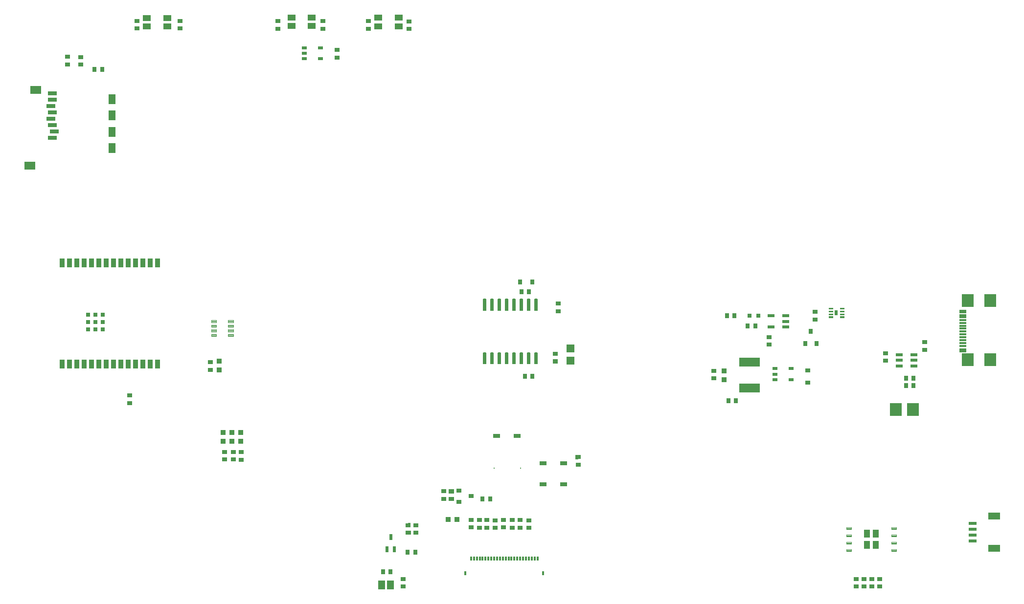
<source format=gbr>
G04 EAGLE Gerber RS-274X export*
G75*
%MOMM*%
%FSLAX34Y34*%
%LPD*%
%INSolderpaste Top*%
%IPPOS*%
%AMOC8*
5,1,8,0,0,1.08239X$1,22.5*%
G01*
G04 Define Apertures*
%ADD10R,1.200000X0.600000*%
%ADD11R,0.900000X0.800000*%
%ADD12R,1.150000X0.300000*%
%ADD13R,2.000000X2.180000*%
%ADD14R,3.600000X1.500000*%
%ADD15R,0.700000X0.900000*%
%ADD16R,0.900000X0.700000*%
%ADD17R,0.900000X0.600000*%
%ADD18R,2.000000X2.200000*%
%ADD19R,1.200000X1.800000*%
%ADD20R,1.900000X1.400000*%
%ADD21R,1.500000X0.700000*%
%ADD22R,1.168400X1.600200*%
%ADD23R,1.150000X0.800000*%
%ADD24R,0.500000X1.050000*%
%ADD25R,1.200000X0.550000*%
%ADD26R,0.127000X0.127000*%
%ADD27R,0.800000X0.800000*%
%ADD28R,0.900000X1.500000*%
%ADD29R,0.300000X0.800000*%
%ADD30R,0.400000X0.800000*%
%ADD31R,0.800000X0.900000*%
%ADD32C,0.125000*%
%ADD33R,1.400000X1.050000*%
%ADD34R,0.560000X0.820000*%
%ADD35C,0.067500*%
%ADD36C,0.147500*%
%ADD37R,2.000000X1.200000*%
%ADD38R,1.350000X0.600000*%
%ADD39R,0.940000X0.970000*%
%ADD40R,0.970000X0.940000*%
%ADD41R,1.010000X1.460000*%
%ADD42C,0.110000*%
%ADD43R,1.400000X1.400000*%
D10*
X1422800Y545200D03*
X1422800Y535700D03*
X1422800Y526200D03*
X1447800Y526200D03*
X1447800Y535700D03*
X1447800Y545200D03*
D11*
X1264800Y497400D03*
X1264800Y518400D03*
D12*
X1532960Y551400D03*
X1532860Y560100D03*
X1532960Y575600D03*
X1532960Y585600D03*
X1532960Y590600D03*
X1532960Y600600D03*
X1532960Y613600D03*
X1532960Y621600D03*
X1532960Y618600D03*
X1532960Y610600D03*
X1532960Y605600D03*
X1532960Y595600D03*
X1532960Y580600D03*
X1532960Y570600D03*
X1532960Y565400D03*
X1532960Y554500D03*
D13*
X1580210Y536900D03*
X1580210Y639100D03*
X1540910Y536900D03*
X1540910Y639100D03*
D11*
X660700Y309800D03*
X660700Y290800D03*
X681700Y300300D03*
D14*
X1163600Y487824D03*
X1163600Y532824D03*
D15*
X1434400Y492300D03*
X1447400Y492300D03*
X1434600Y505000D03*
X1447600Y505000D03*
X701700Y295100D03*
X714700Y295100D03*
G36*
X652304Y299207D02*
X652317Y292208D01*
X643318Y292193D01*
X643305Y299192D01*
X652304Y299207D01*
G37*
G36*
X652282Y312207D02*
X652295Y305208D01*
X643296Y305193D01*
X643283Y312192D01*
X652282Y312207D01*
G37*
D16*
X634500Y295900D03*
X634500Y308900D03*
D17*
X1207800Y521300D03*
X1207800Y511800D03*
X1207800Y502300D03*
X1235800Y502300D03*
X1235800Y521300D03*
D18*
X1416400Y450500D03*
X1446400Y450500D03*
D19*
X60740Y903000D03*
X60740Y960000D03*
D20*
X-81760Y873000D03*
X-71760Y1004500D03*
D21*
X-43260Y921000D03*
X-39260Y932000D03*
X-43260Y943000D03*
X-45260Y954000D03*
X-43260Y965000D03*
X-45260Y976000D03*
X-43260Y987000D03*
X-43260Y998000D03*
D19*
X60740Y931500D03*
X60740Y988500D03*
D15*
X30100Y1039700D03*
X43100Y1039700D03*
D22*
X526780Y146400D03*
X542020Y146400D03*
D16*
X563900Y143800D03*
X563900Y156800D03*
X6100Y1048000D03*
X6100Y1061000D03*
D15*
G36*
X871635Y358554D02*
X871721Y351556D01*
X862723Y351446D01*
X862637Y358444D01*
X871635Y358554D01*
G37*
G36*
X871477Y371554D02*
X871563Y364556D01*
X862565Y364446D01*
X862479Y371444D01*
X871477Y371554D01*
G37*
D23*
X806700Y357100D03*
X841700Y357100D03*
X806700Y321300D03*
X841700Y321300D03*
X726200Y405100D03*
X761200Y405100D03*
D15*
X572100Y203600D03*
X585100Y203600D03*
D24*
X536100Y208300D03*
X549100Y208300D03*
X542600Y229300D03*
D15*
X529100Y169200D03*
X542100Y169200D03*
D25*
X1226501Y593600D03*
X1226501Y603100D03*
X1226501Y612600D03*
X1200499Y612600D03*
X1200499Y593600D03*
D16*
X1197100Y562700D03*
X1197100Y575700D03*
D15*
X1124500Y612800D03*
X1137500Y612800D03*
D26*
X721640Y348800D03*
X767360Y348800D03*
D27*
X1178900Y612700D03*
X1163900Y612700D03*
D15*
X1160600Y594900D03*
X1173600Y594900D03*
X1127100Y466000D03*
X1140100Y466000D03*
D28*
X-25640Y529580D03*
X-12940Y529580D03*
X-240Y529580D03*
X12460Y529580D03*
X25160Y529580D03*
X37860Y529580D03*
X50560Y529580D03*
X63260Y529580D03*
X75960Y529580D03*
X88660Y529580D03*
X101360Y529580D03*
X114060Y529580D03*
X126760Y529580D03*
X139460Y529580D03*
X139460Y704580D03*
X126760Y704580D03*
X114060Y704580D03*
X101360Y704580D03*
X88660Y704580D03*
X75960Y704580D03*
X63260Y704580D03*
X50560Y704580D03*
X37860Y704580D03*
X25160Y704580D03*
X12460Y704580D03*
X-240Y704580D03*
X-12940Y704580D03*
X-25640Y704580D03*
D27*
X31560Y602030D03*
X19060Y589530D03*
X19060Y602030D03*
X19060Y614530D03*
X31560Y589530D03*
X31560Y614530D03*
X44060Y589530D03*
X44060Y602030D03*
X44060Y614530D03*
D16*
X90700Y461600D03*
X90700Y474600D03*
D29*
X796700Y192200D03*
X791700Y192200D03*
X786700Y192200D03*
X781700Y192200D03*
X776700Y192200D03*
X771700Y192200D03*
X766700Y192200D03*
X761700Y192200D03*
X756700Y192200D03*
X751700Y192200D03*
X746700Y192200D03*
X741700Y192200D03*
X736700Y192200D03*
X731700Y192200D03*
X726700Y192200D03*
X721700Y192200D03*
X716700Y192200D03*
X711700Y192200D03*
X706700Y192200D03*
X701700Y192200D03*
X696700Y192200D03*
X691700Y192200D03*
X686700Y192200D03*
X681700Y192200D03*
D30*
X806700Y167200D03*
X671700Y167200D03*
D16*
X781600Y245500D03*
X781600Y258500D03*
X752700Y245900D03*
X752700Y258900D03*
X766600Y245800D03*
X766600Y258800D03*
X737700Y246100D03*
X737700Y259100D03*
X723000Y245600D03*
X723000Y258600D03*
X709300Y245800D03*
X709300Y258800D03*
X696100Y245900D03*
X696100Y258900D03*
X682000Y246300D03*
X682000Y259300D03*
D15*
G36*
X577320Y240631D02*
X577369Y233632D01*
X568370Y233569D01*
X568321Y240568D01*
X577320Y240631D01*
G37*
G36*
X577230Y253631D02*
X577279Y246632D01*
X568280Y246569D01*
X568231Y253568D01*
X577230Y253631D01*
G37*
D16*
X586600Y237200D03*
X586600Y250200D03*
D31*
X1260300Y564500D03*
X1279300Y564500D03*
X1269800Y585500D03*
D16*
X1276800Y606400D03*
X1276800Y619400D03*
D32*
X270035Y601425D02*
X261125Y601425D01*
X261125Y605175D01*
X270035Y605175D01*
X270035Y601425D01*
X270035Y602612D02*
X261125Y602612D01*
X261125Y603799D02*
X270035Y603799D01*
X270035Y604986D02*
X261125Y604986D01*
X261125Y593425D02*
X270035Y593425D01*
X261125Y593425D02*
X261125Y597175D01*
X270035Y597175D01*
X270035Y593425D01*
X270035Y594612D02*
X261125Y594612D01*
X261125Y595799D02*
X270035Y595799D01*
X270035Y596986D02*
X261125Y596986D01*
X261125Y585425D02*
X270035Y585425D01*
X261125Y585425D02*
X261125Y589175D01*
X270035Y589175D01*
X270035Y585425D01*
X270035Y586612D02*
X261125Y586612D01*
X261125Y587799D02*
X270035Y587799D01*
X270035Y588986D02*
X261125Y588986D01*
X261125Y577425D02*
X270035Y577425D01*
X261125Y577425D02*
X261125Y581175D01*
X270035Y581175D01*
X270035Y577425D01*
X270035Y578612D02*
X261125Y578612D01*
X261125Y579799D02*
X270035Y579799D01*
X270035Y580986D02*
X261125Y580986D01*
X240875Y577225D02*
X231965Y577225D01*
X231965Y580975D01*
X240875Y580975D01*
X240875Y577225D01*
X240875Y578412D02*
X231965Y578412D01*
X231965Y579599D02*
X240875Y579599D01*
X240875Y580786D02*
X231965Y580786D01*
X231965Y585425D02*
X240875Y585425D01*
X231965Y585425D02*
X231965Y589175D01*
X240875Y589175D01*
X240875Y585425D01*
X240875Y586612D02*
X231965Y586612D01*
X231965Y587799D02*
X240875Y587799D01*
X240875Y588986D02*
X231965Y588986D01*
X231965Y593425D02*
X240875Y593425D01*
X231965Y593425D02*
X231965Y597175D01*
X240875Y597175D01*
X240875Y593425D01*
X240875Y594612D02*
X231965Y594612D01*
X231965Y595799D02*
X240875Y595799D01*
X240875Y596986D02*
X231965Y596986D01*
X231965Y601425D02*
X240875Y601425D01*
X231965Y601425D02*
X231965Y605175D01*
X240875Y605175D01*
X240875Y601425D01*
X240875Y602612D02*
X231965Y602612D01*
X231965Y603799D02*
X240875Y603799D01*
X240875Y604986D02*
X231965Y604986D01*
D16*
X230300Y519400D03*
X230300Y532400D03*
X255100Y363800D03*
X255100Y376800D03*
X270200Y376700D03*
X270200Y363700D03*
X284300Y363500D03*
X284300Y376500D03*
D17*
X393300Y1077000D03*
X393300Y1067500D03*
X393300Y1058000D03*
X421300Y1058000D03*
X421300Y1077000D03*
D16*
X450000Y1060400D03*
X450000Y1073400D03*
X103600Y1110578D03*
X103600Y1123578D03*
D33*
X155799Y1128936D03*
X120799Y1128936D03*
X120799Y1113936D03*
X155799Y1113936D03*
D16*
X177890Y1110508D03*
X177890Y1123508D03*
D33*
X556200Y1129552D03*
X521200Y1129552D03*
X521200Y1114552D03*
X556200Y1114552D03*
D16*
X574694Y1110127D03*
X574694Y1123127D03*
X504196Y1110194D03*
X504196Y1123194D03*
D33*
X406000Y1129696D03*
X371000Y1129696D03*
X371000Y1114696D03*
X406000Y1114696D03*
D16*
X425684Y1110270D03*
X425684Y1123270D03*
X347087Y1110345D03*
X347087Y1123345D03*
D34*
X1313900Y618300D03*
D35*
X1320287Y611813D02*
X1327213Y611813D01*
X1327213Y609787D01*
X1320287Y609787D01*
X1320287Y611813D01*
X1320287Y610428D02*
X1327213Y610428D01*
X1327213Y611069D02*
X1320287Y611069D01*
X1320287Y611710D02*
X1327213Y611710D01*
X1327213Y616813D02*
X1320287Y616813D01*
X1327213Y616813D02*
X1327213Y614787D01*
X1320287Y614787D01*
X1320287Y616813D01*
X1320287Y615428D02*
X1327213Y615428D01*
X1327213Y616069D02*
X1320287Y616069D01*
X1320287Y616710D02*
X1327213Y616710D01*
X1327213Y621813D02*
X1320287Y621813D01*
X1327213Y621813D02*
X1327213Y619787D01*
X1320287Y619787D01*
X1320287Y621813D01*
X1320287Y620428D02*
X1327213Y620428D01*
X1327213Y621069D02*
X1320287Y621069D01*
X1320287Y621710D02*
X1327213Y621710D01*
X1327213Y626813D02*
X1320287Y626813D01*
X1327213Y626813D02*
X1327213Y624787D01*
X1320287Y624787D01*
X1320287Y626813D01*
X1320287Y625428D02*
X1327213Y625428D01*
X1327213Y626069D02*
X1320287Y626069D01*
X1320287Y626710D02*
X1327213Y626710D01*
X1307513Y626813D02*
X1300587Y626813D01*
X1307513Y626813D02*
X1307513Y624787D01*
X1300587Y624787D01*
X1300587Y626813D01*
X1300587Y625428D02*
X1307513Y625428D01*
X1307513Y626069D02*
X1300587Y626069D01*
X1300587Y626710D02*
X1307513Y626710D01*
X1307513Y621813D02*
X1300587Y621813D01*
X1307513Y621813D02*
X1307513Y619787D01*
X1300587Y619787D01*
X1300587Y621813D01*
X1300587Y620428D02*
X1307513Y620428D01*
X1307513Y621069D02*
X1300587Y621069D01*
X1300587Y621710D02*
X1307513Y621710D01*
X1307513Y616813D02*
X1300587Y616813D01*
X1307513Y616813D02*
X1307513Y614787D01*
X1300587Y614787D01*
X1300587Y616813D01*
X1300587Y615428D02*
X1307513Y615428D01*
X1307513Y616069D02*
X1300587Y616069D01*
X1300587Y616710D02*
X1307513Y616710D01*
X1307513Y611813D02*
X1300587Y611813D01*
X1307513Y611813D02*
X1307513Y609787D01*
X1300587Y609787D01*
X1300587Y611813D01*
X1300587Y610428D02*
X1307513Y610428D01*
X1307513Y611069D02*
X1300587Y611069D01*
X1300587Y611710D02*
X1307513Y611710D01*
D36*
X791937Y622737D02*
X791937Y641763D01*
X796363Y641763D01*
X796363Y622737D01*
X791937Y622737D01*
X791937Y624138D02*
X796363Y624138D01*
X796363Y625539D02*
X791937Y625539D01*
X791937Y626940D02*
X796363Y626940D01*
X796363Y628341D02*
X791937Y628341D01*
X791937Y629742D02*
X796363Y629742D01*
X796363Y631143D02*
X791937Y631143D01*
X791937Y632544D02*
X796363Y632544D01*
X796363Y633945D02*
X791937Y633945D01*
X791937Y635346D02*
X796363Y635346D01*
X796363Y636747D02*
X791937Y636747D01*
X791937Y638148D02*
X796363Y638148D01*
X796363Y639549D02*
X791937Y639549D01*
X791937Y640950D02*
X796363Y640950D01*
X779237Y641763D02*
X779237Y622737D01*
X779237Y641763D02*
X783663Y641763D01*
X783663Y622737D01*
X779237Y622737D01*
X779237Y624138D02*
X783663Y624138D01*
X783663Y625539D02*
X779237Y625539D01*
X779237Y626940D02*
X783663Y626940D01*
X783663Y628341D02*
X779237Y628341D01*
X779237Y629742D02*
X783663Y629742D01*
X783663Y631143D02*
X779237Y631143D01*
X779237Y632544D02*
X783663Y632544D01*
X783663Y633945D02*
X779237Y633945D01*
X779237Y635346D02*
X783663Y635346D01*
X783663Y636747D02*
X779237Y636747D01*
X779237Y638148D02*
X783663Y638148D01*
X783663Y639549D02*
X779237Y639549D01*
X779237Y640950D02*
X783663Y640950D01*
X766537Y641763D02*
X766537Y622737D01*
X766537Y641763D02*
X770963Y641763D01*
X770963Y622737D01*
X766537Y622737D01*
X766537Y624138D02*
X770963Y624138D01*
X770963Y625539D02*
X766537Y625539D01*
X766537Y626940D02*
X770963Y626940D01*
X770963Y628341D02*
X766537Y628341D01*
X766537Y629742D02*
X770963Y629742D01*
X770963Y631143D02*
X766537Y631143D01*
X766537Y632544D02*
X770963Y632544D01*
X770963Y633945D02*
X766537Y633945D01*
X766537Y635346D02*
X770963Y635346D01*
X770963Y636747D02*
X766537Y636747D01*
X766537Y638148D02*
X770963Y638148D01*
X770963Y639549D02*
X766537Y639549D01*
X766537Y640950D02*
X770963Y640950D01*
X753837Y641763D02*
X753837Y622737D01*
X753837Y641763D02*
X758263Y641763D01*
X758263Y622737D01*
X753837Y622737D01*
X753837Y624138D02*
X758263Y624138D01*
X758263Y625539D02*
X753837Y625539D01*
X753837Y626940D02*
X758263Y626940D01*
X758263Y628341D02*
X753837Y628341D01*
X753837Y629742D02*
X758263Y629742D01*
X758263Y631143D02*
X753837Y631143D01*
X753837Y632544D02*
X758263Y632544D01*
X758263Y633945D02*
X753837Y633945D01*
X753837Y635346D02*
X758263Y635346D01*
X758263Y636747D02*
X753837Y636747D01*
X753837Y638148D02*
X758263Y638148D01*
X758263Y639549D02*
X753837Y639549D01*
X753837Y640950D02*
X758263Y640950D01*
X741137Y641763D02*
X741137Y622737D01*
X741137Y641763D02*
X745563Y641763D01*
X745563Y622737D01*
X741137Y622737D01*
X741137Y624138D02*
X745563Y624138D01*
X745563Y625539D02*
X741137Y625539D01*
X741137Y626940D02*
X745563Y626940D01*
X745563Y628341D02*
X741137Y628341D01*
X741137Y629742D02*
X745563Y629742D01*
X745563Y631143D02*
X741137Y631143D01*
X741137Y632544D02*
X745563Y632544D01*
X745563Y633945D02*
X741137Y633945D01*
X741137Y635346D02*
X745563Y635346D01*
X745563Y636747D02*
X741137Y636747D01*
X741137Y638148D02*
X745563Y638148D01*
X745563Y639549D02*
X741137Y639549D01*
X741137Y640950D02*
X745563Y640950D01*
X728437Y641763D02*
X728437Y622737D01*
X728437Y641763D02*
X732863Y641763D01*
X732863Y622737D01*
X728437Y622737D01*
X728437Y624138D02*
X732863Y624138D01*
X732863Y625539D02*
X728437Y625539D01*
X728437Y626940D02*
X732863Y626940D01*
X732863Y628341D02*
X728437Y628341D01*
X728437Y629742D02*
X732863Y629742D01*
X732863Y631143D02*
X728437Y631143D01*
X728437Y632544D02*
X732863Y632544D01*
X732863Y633945D02*
X728437Y633945D01*
X728437Y635346D02*
X732863Y635346D01*
X732863Y636747D02*
X728437Y636747D01*
X728437Y638148D02*
X732863Y638148D01*
X732863Y639549D02*
X728437Y639549D01*
X728437Y640950D02*
X732863Y640950D01*
X715737Y641763D02*
X715737Y622737D01*
X715737Y641763D02*
X720163Y641763D01*
X720163Y622737D01*
X715737Y622737D01*
X715737Y624138D02*
X720163Y624138D01*
X720163Y625539D02*
X715737Y625539D01*
X715737Y626940D02*
X720163Y626940D01*
X720163Y628341D02*
X715737Y628341D01*
X715737Y629742D02*
X720163Y629742D01*
X720163Y631143D02*
X715737Y631143D01*
X715737Y632544D02*
X720163Y632544D01*
X720163Y633945D02*
X715737Y633945D01*
X715737Y635346D02*
X720163Y635346D01*
X720163Y636747D02*
X715737Y636747D01*
X715737Y638148D02*
X720163Y638148D01*
X720163Y639549D02*
X715737Y639549D01*
X715737Y640950D02*
X720163Y640950D01*
X703037Y641763D02*
X703037Y622737D01*
X703037Y641763D02*
X707463Y641763D01*
X707463Y622737D01*
X703037Y622737D01*
X703037Y624138D02*
X707463Y624138D01*
X707463Y625539D02*
X703037Y625539D01*
X703037Y626940D02*
X707463Y626940D01*
X707463Y628341D02*
X703037Y628341D01*
X703037Y629742D02*
X707463Y629742D01*
X707463Y631143D02*
X703037Y631143D01*
X703037Y632544D02*
X707463Y632544D01*
X707463Y633945D02*
X703037Y633945D01*
X703037Y635346D02*
X707463Y635346D01*
X707463Y636747D02*
X703037Y636747D01*
X703037Y638148D02*
X707463Y638148D01*
X707463Y639549D02*
X703037Y639549D01*
X703037Y640950D02*
X707463Y640950D01*
X703037Y548663D02*
X703037Y529637D01*
X703037Y548663D02*
X707463Y548663D01*
X707463Y529637D01*
X703037Y529637D01*
X703037Y531038D02*
X707463Y531038D01*
X707463Y532439D02*
X703037Y532439D01*
X703037Y533840D02*
X707463Y533840D01*
X707463Y535241D02*
X703037Y535241D01*
X703037Y536642D02*
X707463Y536642D01*
X707463Y538043D02*
X703037Y538043D01*
X703037Y539444D02*
X707463Y539444D01*
X707463Y540845D02*
X703037Y540845D01*
X703037Y542246D02*
X707463Y542246D01*
X707463Y543647D02*
X703037Y543647D01*
X703037Y545048D02*
X707463Y545048D01*
X707463Y546449D02*
X703037Y546449D01*
X703037Y547850D02*
X707463Y547850D01*
X715737Y548663D02*
X715737Y529637D01*
X715737Y548663D02*
X720163Y548663D01*
X720163Y529637D01*
X715737Y529637D01*
X715737Y531038D02*
X720163Y531038D01*
X720163Y532439D02*
X715737Y532439D01*
X715737Y533840D02*
X720163Y533840D01*
X720163Y535241D02*
X715737Y535241D01*
X715737Y536642D02*
X720163Y536642D01*
X720163Y538043D02*
X715737Y538043D01*
X715737Y539444D02*
X720163Y539444D01*
X720163Y540845D02*
X715737Y540845D01*
X715737Y542246D02*
X720163Y542246D01*
X720163Y543647D02*
X715737Y543647D01*
X715737Y545048D02*
X720163Y545048D01*
X720163Y546449D02*
X715737Y546449D01*
X715737Y547850D02*
X720163Y547850D01*
X728437Y548663D02*
X728437Y529637D01*
X728437Y548663D02*
X732863Y548663D01*
X732863Y529637D01*
X728437Y529637D01*
X728437Y531038D02*
X732863Y531038D01*
X732863Y532439D02*
X728437Y532439D01*
X728437Y533840D02*
X732863Y533840D01*
X732863Y535241D02*
X728437Y535241D01*
X728437Y536642D02*
X732863Y536642D01*
X732863Y538043D02*
X728437Y538043D01*
X728437Y539444D02*
X732863Y539444D01*
X732863Y540845D02*
X728437Y540845D01*
X728437Y542246D02*
X732863Y542246D01*
X732863Y543647D02*
X728437Y543647D01*
X728437Y545048D02*
X732863Y545048D01*
X732863Y546449D02*
X728437Y546449D01*
X728437Y547850D02*
X732863Y547850D01*
X741137Y548663D02*
X741137Y529637D01*
X741137Y548663D02*
X745563Y548663D01*
X745563Y529637D01*
X741137Y529637D01*
X741137Y531038D02*
X745563Y531038D01*
X745563Y532439D02*
X741137Y532439D01*
X741137Y533840D02*
X745563Y533840D01*
X745563Y535241D02*
X741137Y535241D01*
X741137Y536642D02*
X745563Y536642D01*
X745563Y538043D02*
X741137Y538043D01*
X741137Y539444D02*
X745563Y539444D01*
X745563Y540845D02*
X741137Y540845D01*
X741137Y542246D02*
X745563Y542246D01*
X745563Y543647D02*
X741137Y543647D01*
X741137Y545048D02*
X745563Y545048D01*
X745563Y546449D02*
X741137Y546449D01*
X741137Y547850D02*
X745563Y547850D01*
X753837Y548663D02*
X753837Y529637D01*
X753837Y548663D02*
X758263Y548663D01*
X758263Y529637D01*
X753837Y529637D01*
X753837Y531038D02*
X758263Y531038D01*
X758263Y532439D02*
X753837Y532439D01*
X753837Y533840D02*
X758263Y533840D01*
X758263Y535241D02*
X753837Y535241D01*
X753837Y536642D02*
X758263Y536642D01*
X758263Y538043D02*
X753837Y538043D01*
X753837Y539444D02*
X758263Y539444D01*
X758263Y540845D02*
X753837Y540845D01*
X753837Y542246D02*
X758263Y542246D01*
X758263Y543647D02*
X753837Y543647D01*
X753837Y545048D02*
X758263Y545048D01*
X758263Y546449D02*
X753837Y546449D01*
X753837Y547850D02*
X758263Y547850D01*
X766537Y548663D02*
X766537Y529637D01*
X766537Y548663D02*
X770963Y548663D01*
X770963Y529637D01*
X766537Y529637D01*
X766537Y531038D02*
X770963Y531038D01*
X770963Y532439D02*
X766537Y532439D01*
X766537Y533840D02*
X770963Y533840D01*
X770963Y535241D02*
X766537Y535241D01*
X766537Y536642D02*
X770963Y536642D01*
X770963Y538043D02*
X766537Y538043D01*
X766537Y539444D02*
X770963Y539444D01*
X770963Y540845D02*
X766537Y540845D01*
X766537Y542246D02*
X770963Y542246D01*
X770963Y543647D02*
X766537Y543647D01*
X766537Y545048D02*
X770963Y545048D01*
X770963Y546449D02*
X766537Y546449D01*
X766537Y547850D02*
X770963Y547850D01*
X779237Y548663D02*
X779237Y529637D01*
X779237Y548663D02*
X783663Y548663D01*
X783663Y529637D01*
X779237Y529637D01*
X779237Y531038D02*
X783663Y531038D01*
X783663Y532439D02*
X779237Y532439D01*
X779237Y533840D02*
X783663Y533840D01*
X783663Y535241D02*
X779237Y535241D01*
X779237Y536642D02*
X783663Y536642D01*
X783663Y538043D02*
X779237Y538043D01*
X779237Y539444D02*
X783663Y539444D01*
X783663Y540845D02*
X779237Y540845D01*
X779237Y542246D02*
X783663Y542246D01*
X783663Y543647D02*
X779237Y543647D01*
X779237Y545048D02*
X783663Y545048D01*
X783663Y546449D02*
X779237Y546449D01*
X779237Y547850D02*
X783663Y547850D01*
X791937Y548663D02*
X791937Y529637D01*
X791937Y548663D02*
X796363Y548663D01*
X796363Y529637D01*
X791937Y529637D01*
X791937Y531038D02*
X796363Y531038D01*
X796363Y532439D02*
X791937Y532439D01*
X791937Y533840D02*
X796363Y533840D01*
X796363Y535241D02*
X791937Y535241D01*
X791937Y536642D02*
X796363Y536642D01*
X796363Y538043D02*
X791937Y538043D01*
X791937Y539444D02*
X796363Y539444D01*
X796363Y540845D02*
X791937Y540845D01*
X791937Y542246D02*
X796363Y542246D01*
X796363Y543647D02*
X791937Y543647D01*
X791937Y545048D02*
X796363Y545048D01*
X796363Y546449D02*
X791937Y546449D01*
X791937Y547850D02*
X796363Y547850D01*
D31*
X787300Y671600D03*
X766300Y671600D03*
D15*
G36*
X831963Y537244D02*
X831877Y530246D01*
X822879Y530356D01*
X822965Y537354D01*
X831963Y537244D01*
G37*
G36*
X832121Y550244D02*
X832035Y543246D01*
X823037Y543356D01*
X823123Y550354D01*
X832121Y550244D01*
G37*
X774900Y508200D03*
X787900Y508200D03*
D16*
X832300Y620900D03*
X832300Y633900D03*
D15*
X769000Y654400D03*
X782000Y654400D03*
D37*
X1586840Y210000D03*
X1586840Y266000D03*
D38*
X1550090Y223000D03*
X1550090Y233000D03*
X1550090Y243000D03*
X1550090Y253000D03*
D39*
X245600Y519200D03*
X245600Y534200D03*
X252200Y395800D03*
X252200Y410800D03*
X267800Y395800D03*
X267800Y410800D03*
X283500Y395600D03*
X283500Y410600D03*
D40*
X642300Y259800D03*
X657300Y259800D03*
D39*
X1120000Y502200D03*
X1120000Y517200D03*
D16*
X1101900Y504700D03*
X1101900Y517700D03*
X-16300Y1048500D03*
X-16300Y1061500D03*
X1347900Y143700D03*
X1347900Y156700D03*
X1361500Y143800D03*
X1361500Y156800D03*
X1375200Y143900D03*
X1375200Y156900D03*
X1388650Y143698D03*
X1388650Y156698D03*
D41*
X1367150Y235200D03*
X1381850Y235200D03*
X1367150Y216000D03*
X1381850Y216000D03*
D42*
X1339700Y243000D02*
X1331400Y243000D01*
X1331400Y246300D01*
X1339700Y246300D01*
X1339700Y243000D01*
X1339700Y244045D02*
X1331400Y244045D01*
X1331400Y245090D02*
X1339700Y245090D01*
X1339700Y246135D02*
X1331400Y246135D01*
X1331400Y230300D02*
X1339700Y230300D01*
X1331400Y230300D02*
X1331400Y233600D01*
X1339700Y233600D01*
X1339700Y230300D01*
X1339700Y231345D02*
X1331400Y231345D01*
X1331400Y232390D02*
X1339700Y232390D01*
X1339700Y233435D02*
X1331400Y233435D01*
X1331400Y217600D02*
X1339700Y217600D01*
X1331400Y217600D02*
X1331400Y220900D01*
X1339700Y220900D01*
X1339700Y217600D01*
X1339700Y218645D02*
X1331400Y218645D01*
X1331400Y219690D02*
X1339700Y219690D01*
X1339700Y220735D02*
X1331400Y220735D01*
X1331400Y204900D02*
X1339700Y204900D01*
X1331400Y204900D02*
X1331400Y208200D01*
X1339700Y208200D01*
X1339700Y204900D01*
X1339700Y205945D02*
X1331400Y205945D01*
X1331400Y206990D02*
X1339700Y206990D01*
X1339700Y208035D02*
X1331400Y208035D01*
X1409300Y204900D02*
X1417600Y204900D01*
X1409300Y204900D02*
X1409300Y208200D01*
X1417600Y208200D01*
X1417600Y204900D01*
X1417600Y205945D02*
X1409300Y205945D01*
X1409300Y206990D02*
X1417600Y206990D01*
X1417600Y208035D02*
X1409300Y208035D01*
X1409300Y217600D02*
X1417600Y217600D01*
X1409300Y217600D02*
X1409300Y220900D01*
X1417600Y220900D01*
X1417600Y217600D01*
X1417600Y218645D02*
X1409300Y218645D01*
X1409300Y219690D02*
X1417600Y219690D01*
X1417600Y220735D02*
X1409300Y220735D01*
X1409300Y230300D02*
X1417600Y230300D01*
X1409300Y230300D02*
X1409300Y233600D01*
X1417600Y233600D01*
X1417600Y230300D01*
X1417600Y231345D02*
X1409300Y231345D01*
X1409300Y232390D02*
X1417600Y232390D01*
X1417600Y233435D02*
X1409300Y233435D01*
X1409300Y243000D02*
X1417600Y243000D01*
X1409300Y243000D02*
X1409300Y246300D01*
X1417600Y246300D01*
X1417600Y243000D01*
X1417600Y244045D02*
X1409300Y244045D01*
X1409300Y245090D02*
X1417600Y245090D01*
X1417600Y246135D02*
X1409300Y246135D01*
D43*
X853900Y556700D03*
X853900Y534700D03*
D16*
X1399000Y534900D03*
X1399000Y547900D03*
X1466600Y554000D03*
X1466600Y567000D03*
M02*

</source>
